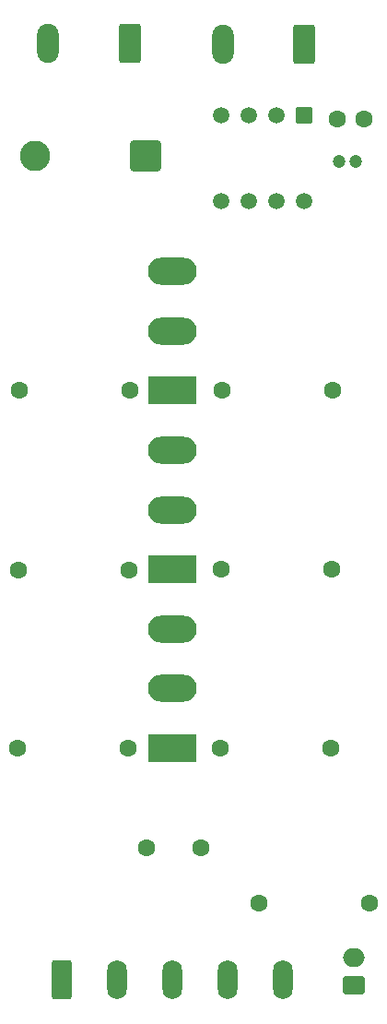
<source format=gbr>
G04 #@! TF.GenerationSoftware,KiCad,Pcbnew,9.0.3*
G04 #@! TF.CreationDate,2025-10-12T17:28:26-05:00*
G04 #@! TF.ProjectId,OSO-SWAT-C1,4f534f2d-5357-4415-942d-43312e6b6963,rev?*
G04 #@! TF.SameCoordinates,Original*
G04 #@! TF.FileFunction,Soldermask,Top*
G04 #@! TF.FilePolarity,Negative*
%FSLAX46Y46*%
G04 Gerber Fmt 4.6, Leading zero omitted, Abs format (unit mm)*
G04 Created by KiCad (PCBNEW 9.0.3) date 2025-10-12 17:28:26*
%MOMM*%
%LPD*%
G01*
G04 APERTURE LIST*
G04 Aperture macros list*
%AMRoundRect*
0 Rectangle with rounded corners*
0 $1 Rounding radius*
0 $2 $3 $4 $5 $6 $7 $8 $9 X,Y pos of 4 corners*
0 Add a 4 corners polygon primitive as box body*
4,1,4,$2,$3,$4,$5,$6,$7,$8,$9,$2,$3,0*
0 Add four circle primitives for the rounded corners*
1,1,$1+$1,$2,$3*
1,1,$1+$1,$4,$5*
1,1,$1+$1,$6,$7*
1,1,$1+$1,$8,$9*
0 Add four rect primitives between the rounded corners*
20,1,$1+$1,$2,$3,$4,$5,0*
20,1,$1+$1,$4,$5,$6,$7,0*
20,1,$1+$1,$6,$7,$8,$9,0*
20,1,$1+$1,$8,$9,$2,$3,0*%
G04 Aperture macros list end*
%ADD10C,1.600000*%
%ADD11O,2.000000X1.700000*%
%ADD12RoundRect,0.250000X0.750000X-0.600000X0.750000X0.600000X-0.750000X0.600000X-0.750000X-0.600000X0*%
%ADD13C,1.200000*%
%ADD14R,4.500000X2.500000*%
%ADD15O,4.500000X2.500000*%
%ADD16RoundRect,0.250000X-0.650000X-1.550000X0.650000X-1.550000X0.650000X1.550000X-0.650000X1.550000X0*%
%ADD17O,1.800000X3.600000*%
%ADD18RoundRect,0.250001X1.149999X1.149999X-1.149999X1.149999X-1.149999X-1.149999X1.149999X-1.149999X0*%
%ADD19C,2.800000*%
%ADD20RoundRect,0.250000X0.750000X1.550000X-0.750000X1.550000X-0.750000X-1.550000X0.750000X-1.550000X0*%
%ADD21O,2.000000X3.600000*%
%ADD22RoundRect,0.102000X-0.654000X0.654000X-0.654000X-0.654000X0.654000X-0.654000X0.654000X0.654000X0*%
%ADD23C,1.512000*%
G04 APERTURE END LIST*
D10*
G04 #@! TO.C,REF\u002A\u002A*
X106990000Y-154470000D03*
X117150000Y-154470000D03*
G04 #@! TD*
D11*
G04 #@! TO.C,REF\u002A\u002A*
X115730000Y-159470000D03*
D12*
X115730000Y-161970000D03*
G04 #@! TD*
D10*
G04 #@! TO.C,REF\u002A\u002A*
X116685000Y-82470000D03*
X114185000Y-82470000D03*
G04 #@! TD*
D13*
G04 #@! TO.C,REF\u002A\u002A*
X114375000Y-86350000D03*
X115875000Y-86350000D03*
G04 #@! TD*
D14*
G04 #@! TO.C,REF\u002A\u002A*
X99065000Y-107380000D03*
D15*
X99065000Y-101930000D03*
X99065000Y-96480000D03*
G04 #@! TD*
D10*
G04 #@! TO.C,REF\u002A\u002A*
X84905000Y-123840000D03*
X95065000Y-123840000D03*
G04 #@! TD*
G04 #@! TO.C,REF\u002A\u002A*
X103455000Y-140200000D03*
X113615000Y-140200000D03*
G04 #@! TD*
G04 #@! TO.C,REF\u002A\u002A*
X84995000Y-107400000D03*
X95155000Y-107400000D03*
G04 #@! TD*
D16*
G04 #@! TO.C,REF\u002A\u002A*
X88887500Y-161487500D03*
D17*
X93967500Y-161487500D03*
X99047500Y-161487500D03*
X104127500Y-161487500D03*
X109207500Y-161487500D03*
G04 #@! TD*
D18*
G04 #@! TO.C,REF\u002A\u002A*
X96600000Y-85880000D03*
D19*
X86440000Y-85880000D03*
G04 #@! TD*
D14*
G04 #@! TO.C,REF\u002A\u002A*
X99065000Y-123780000D03*
D15*
X99065000Y-118330000D03*
X99065000Y-112880000D03*
G04 #@! TD*
D14*
G04 #@! TO.C,REF\u002A\u002A*
X99065000Y-140180000D03*
D15*
X99065000Y-134730000D03*
X99065000Y-129280000D03*
G04 #@! TD*
D20*
G04 #@! TO.C,REF\u002A\u002A*
X111180000Y-75570000D03*
D21*
X103680000Y-75570000D03*
G04 #@! TD*
D10*
G04 #@! TO.C,REF\u002A\u002A*
X103585000Y-107360000D03*
X113745000Y-107360000D03*
G04 #@! TD*
G04 #@! TO.C,REF\u002A\u002A*
X103495000Y-123800000D03*
X113655000Y-123800000D03*
G04 #@! TD*
G04 #@! TO.C,REF\u002A\u002A*
X96650000Y-149380000D03*
X101650000Y-149380000D03*
G04 #@! TD*
G04 #@! TO.C,REF\u002A\u002A*
X84865000Y-140240000D03*
X95025000Y-140240000D03*
G04 #@! TD*
D22*
G04 #@! TO.C,REF\u002A\u002A*
X111180000Y-82165000D03*
D23*
X108640000Y-82165000D03*
X106100000Y-82165000D03*
X103560000Y-82165000D03*
X103560000Y-90035000D03*
X106100000Y-90035000D03*
X108640000Y-90035000D03*
X111180000Y-90035000D03*
G04 #@! TD*
D20*
G04 #@! TO.C,REF\u002A\u002A*
X95150000Y-75557500D03*
D21*
X87650000Y-75557500D03*
G04 #@! TD*
M02*

</source>
